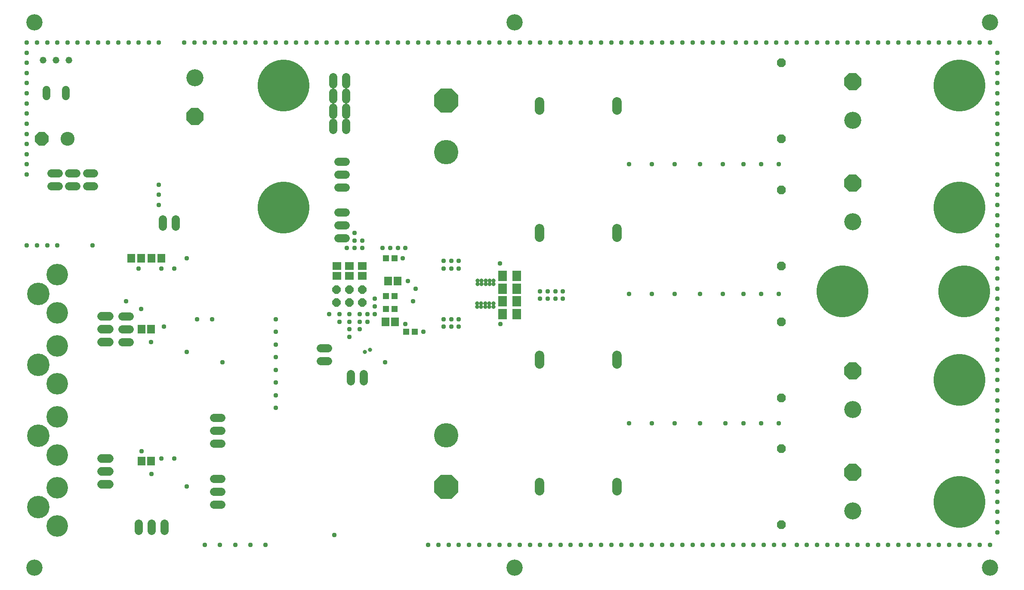
<source format=gbr>
G04 EAGLE Gerber RS-274X export*
G75*
%MOMM*%
%FSLAX34Y34*%
%LPD*%
%INSoldermask Bottom*%
%IPPOS*%
%AMOC8*
5,1,8,0,0,1.08239X$1,22.5*%
G01*
%ADD10C,3.203200*%
%ADD11P,3.629037X8X112.500000*%
%ADD12C,3.352800*%
%ADD13P,1.869504X8X112.500000*%
%ADD14C,4.800600*%
%ADD15P,5.196121X8X292.500000*%
%ADD16R,1.803200X2.003200*%
%ADD17P,5.196121X8X112.500000*%
%ADD18R,1.303200X1.203200*%
%ADD19R,1.503200X1.703200*%
%ADD20C,1.625600*%
%ADD21P,1.759533X8X22.500000*%
%ADD22R,1.703200X1.503200*%
%ADD23R,1.503200X1.803200*%
%ADD24C,2.743200*%
%ADD25P,2.969212X8X202.500000*%
%ADD26P,3.629037X8X292.500000*%
%ADD27C,1.524000*%
%ADD28C,1.320800*%
%ADD29C,10.203200*%
%ADD30C,1.727200*%
%ADD31C,4.430200*%
%ADD32C,4.242200*%
%ADD33C,1.879600*%
%ADD34C,0.959600*%
%ADD35C,0.809600*%


D10*
X35000Y1110000D03*
X35000Y35000D03*
X1915000Y35000D03*
X1915000Y1110000D03*
X980000Y1110000D03*
X980000Y35000D03*
D11*
X1645000Y993100D03*
D12*
X1645000Y916900D03*
D13*
X1505000Y880070D03*
X1505000Y1029930D03*
D11*
X1645000Y793100D03*
D12*
X1645000Y716900D03*
D13*
X1505000Y630070D03*
X1505000Y779930D03*
D11*
X1645000Y423100D03*
D12*
X1645000Y346900D03*
D13*
X1505000Y370070D03*
X1505000Y519930D03*
D11*
X1645000Y223100D03*
D12*
X1645000Y146900D03*
D13*
X1505000Y120070D03*
X1505000Y269930D03*
D14*
X845000Y295800D03*
D15*
X845000Y194200D03*
D16*
X956000Y535000D03*
X984000Y535000D03*
X956000Y610000D03*
X984000Y610000D03*
D14*
X845000Y854200D03*
D17*
X845000Y955800D03*
D16*
X956000Y560000D03*
X984000Y560000D03*
X956000Y585000D03*
X984000Y585000D03*
D18*
X726500Y570000D03*
X743500Y570000D03*
X726500Y545000D03*
X743500Y545000D03*
X783500Y500000D03*
X766500Y500000D03*
X743500Y645000D03*
X726500Y645000D03*
D19*
X725500Y520000D03*
X744500Y520000D03*
D20*
X647112Y784600D02*
X632888Y784600D01*
X632888Y810000D02*
X647112Y810000D01*
X647112Y835400D02*
X632888Y835400D01*
X632888Y735400D02*
X647112Y735400D01*
X647112Y710000D02*
X632888Y710000D01*
X632888Y684600D02*
X647112Y684600D01*
X612112Y467700D02*
X597888Y467700D01*
X597888Y442300D02*
X612112Y442300D01*
X657300Y417112D02*
X657300Y402888D01*
X682700Y402888D02*
X682700Y417112D01*
D21*
X629600Y557300D03*
X629600Y582700D03*
X655000Y557300D03*
X655000Y582700D03*
X680400Y557300D03*
X680400Y582700D03*
D22*
X680000Y629500D03*
X680000Y610500D03*
X655000Y629500D03*
X655000Y610500D03*
X630000Y629500D03*
X630000Y610500D03*
D23*
X749500Y600000D03*
X730500Y600000D03*
D24*
X100400Y880000D03*
D25*
X49600Y880000D03*
D26*
X350400Y924600D03*
D12*
X350400Y1000800D03*
D20*
X117112Y787300D02*
X102888Y787300D01*
X102888Y812700D02*
X117112Y812700D01*
D27*
X96750Y963796D02*
X96750Y977004D01*
X58650Y977004D02*
X58650Y963796D01*
D28*
X102700Y1035400D03*
X77300Y1035400D03*
X51900Y1035400D03*
D29*
X1865000Y580000D03*
X1625000Y580000D03*
X1855000Y985000D03*
X1855000Y745000D03*
X1855000Y405000D03*
X1855000Y165000D03*
D20*
X152112Y787300D02*
X137888Y787300D01*
X137888Y812700D02*
X152112Y812700D01*
X82112Y787300D02*
X67888Y787300D01*
X67888Y812700D02*
X82112Y812700D01*
D29*
X525000Y745000D03*
X525000Y985000D03*
D20*
X622300Y987888D02*
X622300Y1002112D01*
X647700Y1002112D02*
X647700Y987888D01*
X622300Y972112D02*
X622300Y957888D01*
X647700Y957888D02*
X647700Y972112D01*
X622300Y942112D02*
X622300Y927888D01*
X647700Y927888D02*
X647700Y942112D01*
X622300Y912112D02*
X622300Y897888D01*
X647700Y897888D02*
X647700Y912112D01*
X287300Y722112D02*
X287300Y707888D01*
X312700Y707888D02*
X312700Y722112D01*
X222112Y530400D02*
X207888Y530400D01*
X207888Y505000D02*
X222112Y505000D01*
X222112Y479600D02*
X207888Y479600D01*
X290400Y122112D02*
X290400Y107888D01*
X265000Y107888D02*
X265000Y122112D01*
X239600Y122112D02*
X239600Y107888D01*
D23*
X284500Y645000D03*
X265500Y645000D03*
X225500Y645000D03*
X244500Y645000D03*
D19*
X245500Y505000D03*
X264500Y505000D03*
X245500Y245000D03*
X264500Y245000D03*
D30*
X182620Y479600D02*
X167380Y479600D01*
X167380Y505000D02*
X182620Y505000D01*
X182620Y530400D02*
X167380Y530400D01*
X167380Y250400D02*
X182620Y250400D01*
X182620Y225000D02*
X167380Y225000D01*
X167380Y199600D02*
X182620Y199600D01*
D20*
X387888Y330400D02*
X402112Y330400D01*
X402112Y305000D02*
X387888Y305000D01*
X387888Y279600D02*
X402112Y279600D01*
X402112Y159600D02*
X387888Y159600D01*
X387888Y185000D02*
X402112Y185000D01*
X402112Y210400D02*
X387888Y210400D01*
D31*
X42500Y575000D03*
D32*
X79500Y612500D03*
X79500Y537500D03*
D31*
X42500Y435000D03*
D32*
X79500Y472500D03*
X79500Y397500D03*
D31*
X42500Y295000D03*
D32*
X79500Y332500D03*
X79500Y257500D03*
D31*
X42500Y155000D03*
D32*
X79500Y192500D03*
X79500Y117500D03*
D33*
X1028800Y936618D02*
X1028800Y953382D01*
X1181200Y953382D02*
X1181200Y936618D01*
X1028800Y703382D02*
X1028800Y686618D01*
X1181200Y686618D02*
X1181200Y703382D01*
X1028800Y453382D02*
X1028800Y436618D01*
X1181200Y436618D02*
X1181200Y453382D01*
X1028800Y203382D02*
X1028800Y186618D01*
X1181200Y186618D02*
X1181200Y203382D01*
D34*
X245500Y264500D03*
X245000Y545000D03*
X285000Y625000D03*
D35*
X685000Y460000D03*
X695000Y465000D03*
D34*
X40000Y1070000D03*
X60000Y1070000D03*
X80000Y1070000D03*
X100000Y1070000D03*
X120000Y1070000D03*
X140000Y1070000D03*
X160000Y1070000D03*
X180000Y1070000D03*
X200000Y1070000D03*
X220000Y1070000D03*
X240000Y1070000D03*
X260000Y1070000D03*
X280000Y1070000D03*
X20000Y1070000D03*
X20000Y1050000D03*
X20000Y1030000D03*
X20000Y1010000D03*
X20000Y990000D03*
X20000Y970000D03*
X20000Y950000D03*
X20000Y930000D03*
X20000Y910000D03*
X20000Y890000D03*
X20000Y870000D03*
X20000Y850000D03*
X20000Y830000D03*
X20000Y810000D03*
X20000Y670000D03*
X40000Y670000D03*
X60000Y670000D03*
X80000Y670000D03*
X490000Y80000D03*
X460000Y80000D03*
X430000Y80000D03*
X400000Y80000D03*
X370000Y80000D03*
X330000Y1070000D03*
X350000Y1070000D03*
X370000Y1070000D03*
X390000Y1070000D03*
X410000Y1070000D03*
X430000Y1070000D03*
X280000Y790000D03*
X280000Y770000D03*
X280000Y750000D03*
X690000Y1070000D03*
X710000Y1070000D03*
X730000Y1070000D03*
X750000Y1070000D03*
X770000Y1070000D03*
X790000Y1070000D03*
X450000Y1070000D03*
X470000Y1070000D03*
X490000Y1070000D03*
X510000Y1070000D03*
X530000Y1070000D03*
X550000Y1070000D03*
X570000Y1070000D03*
X590000Y1070000D03*
X610000Y1070000D03*
X630000Y1070000D03*
X650000Y1070000D03*
X670000Y1070000D03*
X810000Y1070000D03*
X830000Y1070000D03*
X850000Y1070000D03*
X870000Y1070000D03*
X890000Y1070000D03*
X910000Y1070000D03*
X930000Y1070000D03*
X950000Y1070000D03*
X970000Y1070000D03*
X990000Y1070000D03*
X1010000Y1070000D03*
X1030000Y1070000D03*
X1050000Y1070000D03*
X1070000Y1070000D03*
X1090000Y1070000D03*
X1110000Y1070000D03*
X1130000Y1070000D03*
X1150000Y1070000D03*
X1170000Y1070000D03*
X1190000Y1070000D03*
X1210000Y1070000D03*
X1230000Y1070000D03*
X1250000Y1070000D03*
X1270000Y1070000D03*
X1290000Y1070000D03*
X1310000Y1070000D03*
X1330000Y1070000D03*
X1350000Y1070000D03*
X1370000Y1070000D03*
X1390000Y1070000D03*
X1415000Y1070000D03*
X1435000Y1070000D03*
X1455000Y1070000D03*
X1475000Y1070000D03*
X1495000Y1070000D03*
X1515000Y1070000D03*
X1535000Y1070000D03*
X1555000Y1070000D03*
X1575000Y1070000D03*
X1595000Y1070000D03*
X1615000Y1070000D03*
X1635000Y1070000D03*
X1655000Y1070000D03*
X1675000Y1070000D03*
X1695000Y1070000D03*
X1715000Y1070000D03*
X1735000Y1070000D03*
X1755000Y1070000D03*
X1775000Y1070000D03*
X1795000Y1070000D03*
X1815000Y1070000D03*
X1835000Y1070000D03*
X1855000Y1070000D03*
X1875000Y1070000D03*
X1895000Y1070000D03*
X1915000Y1070000D03*
X810000Y80000D03*
X830000Y80000D03*
X850000Y80000D03*
X870000Y80000D03*
X890000Y80000D03*
X910000Y80000D03*
X930000Y80000D03*
X950000Y80000D03*
X970000Y80000D03*
X990000Y80000D03*
X1010000Y80000D03*
X1030000Y80000D03*
X1050000Y80000D03*
X1070000Y80000D03*
X1090000Y80000D03*
X1110000Y80000D03*
X1130000Y80000D03*
X1150000Y80000D03*
X1170000Y80000D03*
X1190000Y80000D03*
X1210000Y80000D03*
X1230000Y80000D03*
X1250000Y80000D03*
X1270000Y80000D03*
X1290000Y80000D03*
X1310000Y80000D03*
X1330000Y80000D03*
X1350000Y80000D03*
X1370000Y80000D03*
X1390000Y80000D03*
X1410000Y80000D03*
X1430000Y80000D03*
X1450000Y80000D03*
X1470000Y80000D03*
X1490000Y80000D03*
X1510000Y80000D03*
X1535000Y80000D03*
X1555000Y80000D03*
X1575000Y80000D03*
X1595000Y80000D03*
X1615000Y80000D03*
X1635000Y80000D03*
X1655000Y80000D03*
X1675000Y80000D03*
X1695000Y80000D03*
X1715000Y80000D03*
X1735000Y80000D03*
X1755000Y80000D03*
X1775000Y80000D03*
X1795000Y80000D03*
X1815000Y80000D03*
X1835000Y80000D03*
X1855000Y80000D03*
X1875000Y80000D03*
X1895000Y80000D03*
X1915000Y80000D03*
X690000Y535000D03*
X705000Y565000D03*
X705000Y550000D03*
X705000Y535000D03*
X690000Y520000D03*
X675000Y535000D03*
X675000Y520000D03*
X655000Y535000D03*
X635000Y535000D03*
X615000Y535000D03*
X655000Y520000D03*
X635000Y520000D03*
X675000Y505000D03*
X655000Y505000D03*
X655000Y490000D03*
X510000Y525000D03*
X510000Y500000D03*
X510000Y475000D03*
X510000Y450000D03*
X510000Y425000D03*
X510000Y400000D03*
X510000Y375000D03*
X510000Y350000D03*
X355000Y525000D03*
X310000Y625000D03*
X215000Y560000D03*
X240000Y625000D03*
X720000Y665000D03*
X735000Y665000D03*
X750000Y665000D03*
X765000Y665000D03*
X870000Y625000D03*
X870000Y640000D03*
X855000Y640000D03*
X855000Y625000D03*
X840000Y625000D03*
X840000Y640000D03*
X870000Y525000D03*
X855000Y525000D03*
X840000Y525000D03*
X840000Y510000D03*
X855000Y510000D03*
X870000Y510000D03*
X1030000Y580000D03*
X1030000Y565000D03*
X1045000Y580000D03*
X1045000Y565000D03*
X1060000Y580000D03*
X1060000Y565000D03*
X1075000Y580000D03*
X1075000Y565000D03*
X1205000Y575000D03*
X1250000Y575000D03*
X1295000Y575000D03*
X1345000Y575000D03*
X1390000Y575000D03*
X1430000Y575000D03*
X1465000Y575000D03*
X1500000Y575000D03*
X1205000Y320000D03*
X1250000Y320000D03*
X1295000Y320000D03*
X1345000Y320000D03*
X1395000Y320000D03*
X1430000Y320000D03*
X1465000Y320000D03*
X1500000Y320000D03*
X1205000Y830000D03*
X1250000Y830000D03*
X1295000Y830000D03*
X1345000Y830000D03*
X1390000Y830000D03*
X1430000Y830000D03*
X1465000Y830000D03*
X1500000Y830000D03*
X680000Y680000D03*
X680000Y665000D03*
X665000Y680000D03*
X665000Y665000D03*
X650000Y665000D03*
X665000Y695000D03*
X1930000Y105000D03*
X1930000Y125000D03*
X1930000Y145000D03*
X1930000Y165000D03*
X1930000Y185000D03*
X1930000Y205000D03*
X1930000Y225000D03*
X1930000Y245000D03*
X1930000Y265000D03*
X1930000Y285000D03*
X1930000Y305000D03*
X1930000Y325000D03*
X1930000Y345000D03*
X1930000Y365000D03*
X1930000Y385000D03*
X1930000Y405000D03*
X1930000Y425000D03*
X1930000Y445000D03*
X1930000Y465000D03*
X1930000Y485000D03*
X1930000Y505000D03*
X1930000Y525000D03*
X1930000Y545000D03*
X1930000Y565000D03*
X1930000Y585000D03*
X1930000Y605000D03*
X1930000Y625000D03*
X1930000Y645000D03*
X1930000Y670000D03*
X1930000Y690000D03*
X1930000Y710000D03*
X1930000Y730000D03*
X1930000Y750000D03*
X1930000Y770000D03*
X1930000Y790000D03*
X1930000Y810000D03*
X1930000Y830000D03*
X1930000Y850000D03*
X1930000Y870000D03*
X1930000Y890000D03*
X1930000Y910000D03*
X1930000Y930000D03*
X1930000Y950000D03*
X1930000Y970000D03*
X1930000Y990000D03*
X1930000Y1010000D03*
X1930000Y1030000D03*
X1930000Y1050000D03*
X625000Y100000D03*
X725000Y440000D03*
X770000Y600000D03*
X765000Y515000D03*
X951000Y635000D03*
X952000Y515000D03*
D35*
X915000Y601000D03*
X923000Y601000D03*
X907000Y594000D03*
X915000Y594000D03*
X923000Y594000D03*
X931000Y601000D03*
X931000Y594000D03*
X907000Y601000D03*
X938000Y601000D03*
X938000Y594000D03*
X906000Y556000D03*
X906000Y549000D03*
X914000Y556000D03*
X914000Y549000D03*
X922000Y549000D03*
X930000Y549000D03*
X938000Y549000D03*
X938000Y556000D03*
X930000Y556000D03*
X922000Y556000D03*
D34*
X780000Y560000D03*
X785000Y585000D03*
X800000Y500000D03*
X760000Y645000D03*
X290000Y510000D03*
X285000Y250000D03*
X264500Y480000D03*
X265000Y220000D03*
X385000Y525000D03*
X405000Y440000D03*
X310000Y250000D03*
X149306Y670500D03*
X335000Y645000D03*
X335000Y195000D03*
X335000Y460000D03*
M02*

</source>
